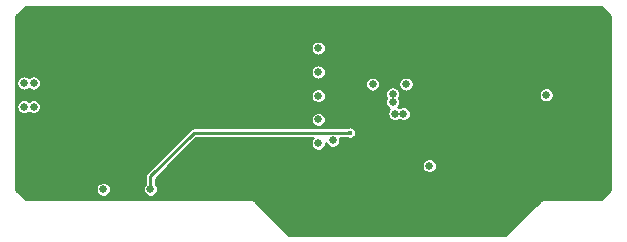
<source format=gbr>
G04 #@! TF.GenerationSoftware,KiCad,Pcbnew,(5.1.5)-3*
G04 #@! TF.CreationDate,2020-02-28T15:02:10-07:00*
G04 #@! TF.ProjectId,Straightener01,53747261-6967-4687-9465-6e657230312e,rev?*
G04 #@! TF.SameCoordinates,Original*
G04 #@! TF.FileFunction,Copper,L2,Inr*
G04 #@! TF.FilePolarity,Positive*
%FSLAX46Y46*%
G04 Gerber Fmt 4.6, Leading zero omitted, Abs format (unit mm)*
G04 Created by KiCad (PCBNEW (5.1.5)-3) date 2020-02-28 15:02:10*
%MOMM*%
%LPD*%
G04 APERTURE LIST*
%ADD10C,0.635000*%
%ADD11C,0.406400*%
%ADD12C,0.254000*%
G04 APERTURE END LIST*
D10*
X109700000Y-108800000D03*
X103000000Y-99800000D03*
X103800000Y-99800000D03*
X103000000Y-101800000D03*
X103800000Y-101800000D03*
X127900000Y-104900000D03*
X127900000Y-102887500D03*
X127900000Y-100875000D03*
X127900000Y-98862500D03*
X127900000Y-96850000D03*
X131533000Y-108694000D03*
X134173000Y-112077000D03*
X134173000Y-109537000D03*
X132803000Y-109537000D03*
X126164000Y-112077000D03*
X130136000Y-112077000D03*
X127434000Y-112077000D03*
X128704000Y-109537000D03*
X135516000Y-109537000D03*
X128704000Y-112077000D03*
X127434000Y-108140000D03*
X131533000Y-109537000D03*
X128704000Y-110807000D03*
X130136000Y-110807000D03*
X128704000Y-108140000D03*
X130136000Y-109537000D03*
X132803000Y-112077000D03*
X127434000Y-110807000D03*
X127434000Y-109537000D03*
X126164000Y-109537000D03*
X131533000Y-110807000D03*
X126164000Y-108140000D03*
X130136000Y-108567000D03*
X132803000Y-110807000D03*
X134173000Y-110807000D03*
X131533000Y-112077000D03*
X136859000Y-109410000D03*
X143082000Y-106997000D03*
X140478500Y-108330500D03*
X138129000Y-110807000D03*
X138129000Y-109537000D03*
X141812000Y-105600000D03*
X140542000Y-112077000D03*
X126164000Y-110807000D03*
X140542000Y-110807000D03*
X143082000Y-108267000D03*
X139272000Y-110807000D03*
X143082000Y-105600000D03*
X139208500Y-108330500D03*
X141875500Y-108203500D03*
X135643000Y-112077000D03*
X143082000Y-109410000D03*
X140542000Y-109537000D03*
X135643000Y-110807000D03*
X141812000Y-104457000D03*
X141939000Y-112077000D03*
X141875500Y-106933500D03*
X141939000Y-109410000D03*
X141939000Y-110807000D03*
X133438000Y-109075000D03*
X143082000Y-110807000D03*
X140478500Y-106933500D03*
X139208500Y-106933500D03*
X143082000Y-112077000D03*
X138129000Y-108394000D03*
X136173200Y-108089200D03*
X138129000Y-112077000D03*
X138357600Y-106565200D03*
X136859000Y-108394000D03*
X139272000Y-109537000D03*
X136986000Y-110807000D03*
X136986000Y-112077000D03*
X139272000Y-112077000D03*
X132400000Y-106200000D03*
X133500000Y-106200000D03*
X133500000Y-107400000D03*
X132600000Y-102540000D03*
X133400000Y-102530000D03*
X133400000Y-104800000D03*
X132602000Y-104800000D03*
X133400000Y-103999000D03*
X132602000Y-103999000D03*
X133400000Y-103199000D03*
X132600000Y-103200000D03*
X147200000Y-100800000D03*
X134400000Y-102400000D03*
X135100000Y-102400000D03*
X134200000Y-100730000D03*
X134200000Y-101400000D03*
X137300000Y-106800000D03*
X135340000Y-99900000D03*
D11*
X130606800Y-104000000D03*
D10*
X113700000Y-108800000D03*
X129140000Y-104650000D03*
X132500000Y-99900000D03*
D12*
X113700000Y-107700000D02*
X113700000Y-108800000D01*
X130606800Y-104000000D02*
X117400000Y-104000000D01*
X117400000Y-104000000D02*
X113700000Y-107700000D01*
G36*
X152648000Y-94145803D02*
G01*
X152648001Y-108854196D01*
X151854198Y-109648000D01*
X146917289Y-109648000D01*
X146900000Y-109646297D01*
X146882711Y-109648000D01*
X146882708Y-109648000D01*
X146830996Y-109653093D01*
X146780086Y-109668536D01*
X146764643Y-109673221D01*
X146703493Y-109705907D01*
X146663325Y-109738871D01*
X146663322Y-109738874D01*
X146649894Y-109749894D01*
X146638874Y-109763322D01*
X143754198Y-112648000D01*
X125445804Y-112648000D01*
X122561135Y-109763333D01*
X122550106Y-109749894D01*
X122496507Y-109705907D01*
X122435356Y-109673221D01*
X122369004Y-109653093D01*
X122317292Y-109648000D01*
X122317289Y-109648000D01*
X122300000Y-109646297D01*
X122282711Y-109648000D01*
X103145803Y-109648000D01*
X102352000Y-108854198D01*
X102352000Y-108736522D01*
X109055500Y-108736522D01*
X109055500Y-108863478D01*
X109080268Y-108987994D01*
X109128852Y-109105285D01*
X109199385Y-109210845D01*
X109289155Y-109300615D01*
X109394715Y-109371148D01*
X109512006Y-109419732D01*
X109636522Y-109444500D01*
X109763478Y-109444500D01*
X109887994Y-109419732D01*
X110005285Y-109371148D01*
X110110845Y-109300615D01*
X110200615Y-109210845D01*
X110271148Y-109105285D01*
X110319732Y-108987994D01*
X110344500Y-108863478D01*
X110344500Y-108736522D01*
X113055500Y-108736522D01*
X113055500Y-108863478D01*
X113080268Y-108987994D01*
X113128852Y-109105285D01*
X113199385Y-109210845D01*
X113289155Y-109300615D01*
X113394715Y-109371148D01*
X113512006Y-109419732D01*
X113636522Y-109444500D01*
X113763478Y-109444500D01*
X113887994Y-109419732D01*
X114005285Y-109371148D01*
X114110845Y-109300615D01*
X114200615Y-109210845D01*
X114271148Y-109105285D01*
X114319732Y-108987994D01*
X114344500Y-108863478D01*
X114344500Y-108736522D01*
X114319732Y-108612006D01*
X114271148Y-108494715D01*
X114200615Y-108389155D01*
X114154000Y-108342540D01*
X114154000Y-107888052D01*
X115305530Y-106736522D01*
X136655500Y-106736522D01*
X136655500Y-106863478D01*
X136680268Y-106987994D01*
X136728852Y-107105285D01*
X136799385Y-107210845D01*
X136889155Y-107300615D01*
X136994715Y-107371148D01*
X137112006Y-107419732D01*
X137236522Y-107444500D01*
X137363478Y-107444500D01*
X137487994Y-107419732D01*
X137605285Y-107371148D01*
X137710845Y-107300615D01*
X137800615Y-107210845D01*
X137871148Y-107105285D01*
X137919732Y-106987994D01*
X137944500Y-106863478D01*
X137944500Y-106736522D01*
X137919732Y-106612006D01*
X137871148Y-106494715D01*
X137800615Y-106389155D01*
X137710845Y-106299385D01*
X137605285Y-106228852D01*
X137487994Y-106180268D01*
X137363478Y-106155500D01*
X137236522Y-106155500D01*
X137112006Y-106180268D01*
X136994715Y-106228852D01*
X136889155Y-106299385D01*
X136799385Y-106389155D01*
X136728852Y-106494715D01*
X136680268Y-106612006D01*
X136655500Y-106736522D01*
X115305530Y-106736522D01*
X117588053Y-104454000D01*
X127434540Y-104454000D01*
X127399385Y-104489155D01*
X127328852Y-104594715D01*
X127280268Y-104712006D01*
X127255500Y-104836522D01*
X127255500Y-104963478D01*
X127280268Y-105087994D01*
X127328852Y-105205285D01*
X127399385Y-105310845D01*
X127489155Y-105400615D01*
X127594715Y-105471148D01*
X127712006Y-105519732D01*
X127836522Y-105544500D01*
X127963478Y-105544500D01*
X128087994Y-105519732D01*
X128205285Y-105471148D01*
X128310845Y-105400615D01*
X128400615Y-105310845D01*
X128471148Y-105205285D01*
X128519732Y-105087994D01*
X128544500Y-104963478D01*
X128544500Y-104896495D01*
X128568852Y-104955285D01*
X128639385Y-105060845D01*
X128729155Y-105150615D01*
X128834715Y-105221148D01*
X128952006Y-105269732D01*
X129076522Y-105294500D01*
X129203478Y-105294500D01*
X129327994Y-105269732D01*
X129445285Y-105221148D01*
X129550845Y-105150615D01*
X129640615Y-105060845D01*
X129711148Y-104955285D01*
X129759732Y-104837994D01*
X129784500Y-104713478D01*
X129784500Y-104586522D01*
X129759732Y-104462006D01*
X129756416Y-104454000D01*
X130331924Y-104454000D01*
X130355656Y-104469857D01*
X130452146Y-104509824D01*
X130554580Y-104530200D01*
X130659020Y-104530200D01*
X130761454Y-104509824D01*
X130857944Y-104469857D01*
X130944783Y-104411833D01*
X131018633Y-104337983D01*
X131076657Y-104251144D01*
X131116624Y-104154654D01*
X131137000Y-104052220D01*
X131137000Y-103947780D01*
X131116624Y-103845346D01*
X131076657Y-103748856D01*
X131018633Y-103662017D01*
X130944783Y-103588167D01*
X130857944Y-103530143D01*
X130761454Y-103490176D01*
X130659020Y-103469800D01*
X130554580Y-103469800D01*
X130452146Y-103490176D01*
X130355656Y-103530143D01*
X130331924Y-103546000D01*
X117422287Y-103546000D01*
X117399999Y-103543805D01*
X117377711Y-103546000D01*
X117377705Y-103546000D01*
X117320301Y-103551654D01*
X117311000Y-103552570D01*
X117225421Y-103578530D01*
X117146551Y-103620687D01*
X117146549Y-103620688D01*
X117146550Y-103620688D01*
X117096191Y-103662017D01*
X117077421Y-103677421D01*
X117063210Y-103694737D01*
X113394742Y-107363206D01*
X113377421Y-107377421D01*
X113320687Y-107446552D01*
X113278530Y-107525422D01*
X113252570Y-107611002D01*
X113246000Y-107677706D01*
X113246000Y-107677712D01*
X113243805Y-107700000D01*
X113246000Y-107722288D01*
X113246001Y-108342539D01*
X113199385Y-108389155D01*
X113128852Y-108494715D01*
X113080268Y-108612006D01*
X113055500Y-108736522D01*
X110344500Y-108736522D01*
X110319732Y-108612006D01*
X110271148Y-108494715D01*
X110200615Y-108389155D01*
X110110845Y-108299385D01*
X110005285Y-108228852D01*
X109887994Y-108180268D01*
X109763478Y-108155500D01*
X109636522Y-108155500D01*
X109512006Y-108180268D01*
X109394715Y-108228852D01*
X109289155Y-108299385D01*
X109199385Y-108389155D01*
X109128852Y-108494715D01*
X109080268Y-108612006D01*
X109055500Y-108736522D01*
X102352000Y-108736522D01*
X102352000Y-102824022D01*
X127255500Y-102824022D01*
X127255500Y-102950978D01*
X127280268Y-103075494D01*
X127328852Y-103192785D01*
X127399385Y-103298345D01*
X127489155Y-103388115D01*
X127594715Y-103458648D01*
X127712006Y-103507232D01*
X127836522Y-103532000D01*
X127963478Y-103532000D01*
X128087994Y-103507232D01*
X128205285Y-103458648D01*
X128310845Y-103388115D01*
X128400615Y-103298345D01*
X128471148Y-103192785D01*
X128519732Y-103075494D01*
X128544500Y-102950978D01*
X128544500Y-102824022D01*
X128519732Y-102699506D01*
X128471148Y-102582215D01*
X128400615Y-102476655D01*
X128310845Y-102386885D01*
X128205285Y-102316352D01*
X128087994Y-102267768D01*
X127963478Y-102243000D01*
X127836522Y-102243000D01*
X127712006Y-102267768D01*
X127594715Y-102316352D01*
X127489155Y-102386885D01*
X127399385Y-102476655D01*
X127328852Y-102582215D01*
X127280268Y-102699506D01*
X127255500Y-102824022D01*
X102352000Y-102824022D01*
X102352000Y-101736522D01*
X102355500Y-101736522D01*
X102355500Y-101863478D01*
X102380268Y-101987994D01*
X102428852Y-102105285D01*
X102499385Y-102210845D01*
X102589155Y-102300615D01*
X102694715Y-102371148D01*
X102812006Y-102419732D01*
X102936522Y-102444500D01*
X103063478Y-102444500D01*
X103187994Y-102419732D01*
X103305285Y-102371148D01*
X103400000Y-102307861D01*
X103494715Y-102371148D01*
X103612006Y-102419732D01*
X103736522Y-102444500D01*
X103863478Y-102444500D01*
X103987994Y-102419732D01*
X104105285Y-102371148D01*
X104210845Y-102300615D01*
X104300615Y-102210845D01*
X104371148Y-102105285D01*
X104419732Y-101987994D01*
X104444500Y-101863478D01*
X104444500Y-101736522D01*
X104419732Y-101612006D01*
X104371148Y-101494715D01*
X104300615Y-101389155D01*
X104210845Y-101299385D01*
X104105285Y-101228852D01*
X103987994Y-101180268D01*
X103863478Y-101155500D01*
X103736522Y-101155500D01*
X103612006Y-101180268D01*
X103494715Y-101228852D01*
X103400000Y-101292139D01*
X103305285Y-101228852D01*
X103187994Y-101180268D01*
X103063478Y-101155500D01*
X102936522Y-101155500D01*
X102812006Y-101180268D01*
X102694715Y-101228852D01*
X102589155Y-101299385D01*
X102499385Y-101389155D01*
X102428852Y-101494715D01*
X102380268Y-101612006D01*
X102355500Y-101736522D01*
X102352000Y-101736522D01*
X102352000Y-100811522D01*
X127255500Y-100811522D01*
X127255500Y-100938478D01*
X127280268Y-101062994D01*
X127328852Y-101180285D01*
X127399385Y-101285845D01*
X127489155Y-101375615D01*
X127594715Y-101446148D01*
X127712006Y-101494732D01*
X127836522Y-101519500D01*
X127963478Y-101519500D01*
X128087994Y-101494732D01*
X128205285Y-101446148D01*
X128310845Y-101375615D01*
X128400615Y-101285845D01*
X128471148Y-101180285D01*
X128519732Y-101062994D01*
X128544500Y-100938478D01*
X128544500Y-100811522D01*
X128519732Y-100687006D01*
X128511248Y-100666522D01*
X133555500Y-100666522D01*
X133555500Y-100793478D01*
X133580268Y-100917994D01*
X133628852Y-101035285D01*
X133648707Y-101065000D01*
X133628852Y-101094715D01*
X133580268Y-101212006D01*
X133555500Y-101336522D01*
X133555500Y-101463478D01*
X133580268Y-101587994D01*
X133628852Y-101705285D01*
X133699385Y-101810845D01*
X133789155Y-101900615D01*
X133894715Y-101971148D01*
X133910750Y-101977790D01*
X133899385Y-101989155D01*
X133828852Y-102094715D01*
X133780268Y-102212006D01*
X133755500Y-102336522D01*
X133755500Y-102463478D01*
X133780268Y-102587994D01*
X133828852Y-102705285D01*
X133899385Y-102810845D01*
X133989155Y-102900615D01*
X134094715Y-102971148D01*
X134212006Y-103019732D01*
X134336522Y-103044500D01*
X134463478Y-103044500D01*
X134587994Y-103019732D01*
X134705285Y-102971148D01*
X134750000Y-102941270D01*
X134794715Y-102971148D01*
X134912006Y-103019732D01*
X135036522Y-103044500D01*
X135163478Y-103044500D01*
X135287994Y-103019732D01*
X135405285Y-102971148D01*
X135510845Y-102900615D01*
X135600615Y-102810845D01*
X135671148Y-102705285D01*
X135719732Y-102587994D01*
X135744500Y-102463478D01*
X135744500Y-102336522D01*
X135719732Y-102212006D01*
X135671148Y-102094715D01*
X135600615Y-101989155D01*
X135510845Y-101899385D01*
X135405285Y-101828852D01*
X135287994Y-101780268D01*
X135163478Y-101755500D01*
X135036522Y-101755500D01*
X134912006Y-101780268D01*
X134794715Y-101828852D01*
X134750000Y-101858730D01*
X134705285Y-101828852D01*
X134689250Y-101822210D01*
X134700615Y-101810845D01*
X134771148Y-101705285D01*
X134819732Y-101587994D01*
X134844500Y-101463478D01*
X134844500Y-101336522D01*
X134819732Y-101212006D01*
X134771148Y-101094715D01*
X134751293Y-101065000D01*
X134771148Y-101035285D01*
X134819732Y-100917994D01*
X134844500Y-100793478D01*
X134844500Y-100736522D01*
X146555500Y-100736522D01*
X146555500Y-100863478D01*
X146580268Y-100987994D01*
X146628852Y-101105285D01*
X146699385Y-101210845D01*
X146789155Y-101300615D01*
X146894715Y-101371148D01*
X147012006Y-101419732D01*
X147136522Y-101444500D01*
X147263478Y-101444500D01*
X147387994Y-101419732D01*
X147505285Y-101371148D01*
X147610845Y-101300615D01*
X147700615Y-101210845D01*
X147771148Y-101105285D01*
X147819732Y-100987994D01*
X147844500Y-100863478D01*
X147844500Y-100736522D01*
X147819732Y-100612006D01*
X147771148Y-100494715D01*
X147700615Y-100389155D01*
X147610845Y-100299385D01*
X147505285Y-100228852D01*
X147387994Y-100180268D01*
X147263478Y-100155500D01*
X147136522Y-100155500D01*
X147012006Y-100180268D01*
X146894715Y-100228852D01*
X146789155Y-100299385D01*
X146699385Y-100389155D01*
X146628852Y-100494715D01*
X146580268Y-100612006D01*
X146555500Y-100736522D01*
X134844500Y-100736522D01*
X134844500Y-100666522D01*
X134819732Y-100542006D01*
X134771148Y-100424715D01*
X134700615Y-100319155D01*
X134610845Y-100229385D01*
X134505285Y-100158852D01*
X134387994Y-100110268D01*
X134263478Y-100085500D01*
X134136522Y-100085500D01*
X134012006Y-100110268D01*
X133894715Y-100158852D01*
X133789155Y-100229385D01*
X133699385Y-100319155D01*
X133628852Y-100424715D01*
X133580268Y-100542006D01*
X133555500Y-100666522D01*
X128511248Y-100666522D01*
X128471148Y-100569715D01*
X128400615Y-100464155D01*
X128310845Y-100374385D01*
X128205285Y-100303852D01*
X128087994Y-100255268D01*
X127963478Y-100230500D01*
X127836522Y-100230500D01*
X127712006Y-100255268D01*
X127594715Y-100303852D01*
X127489155Y-100374385D01*
X127399385Y-100464155D01*
X127328852Y-100569715D01*
X127280268Y-100687006D01*
X127255500Y-100811522D01*
X102352000Y-100811522D01*
X102352000Y-99736522D01*
X102355500Y-99736522D01*
X102355500Y-99863478D01*
X102380268Y-99987994D01*
X102428852Y-100105285D01*
X102499385Y-100210845D01*
X102589155Y-100300615D01*
X102694715Y-100371148D01*
X102812006Y-100419732D01*
X102936522Y-100444500D01*
X103063478Y-100444500D01*
X103187994Y-100419732D01*
X103305285Y-100371148D01*
X103400000Y-100307861D01*
X103494715Y-100371148D01*
X103612006Y-100419732D01*
X103736522Y-100444500D01*
X103863478Y-100444500D01*
X103987994Y-100419732D01*
X104105285Y-100371148D01*
X104210845Y-100300615D01*
X104300615Y-100210845D01*
X104371148Y-100105285D01*
X104419732Y-99987994D01*
X104444500Y-99863478D01*
X104444500Y-99836522D01*
X131855500Y-99836522D01*
X131855500Y-99963478D01*
X131880268Y-100087994D01*
X131928852Y-100205285D01*
X131999385Y-100310845D01*
X132089155Y-100400615D01*
X132194715Y-100471148D01*
X132312006Y-100519732D01*
X132436522Y-100544500D01*
X132563478Y-100544500D01*
X132687994Y-100519732D01*
X132805285Y-100471148D01*
X132910845Y-100400615D01*
X133000615Y-100310845D01*
X133071148Y-100205285D01*
X133119732Y-100087994D01*
X133144500Y-99963478D01*
X133144500Y-99836522D01*
X134695500Y-99836522D01*
X134695500Y-99963478D01*
X134720268Y-100087994D01*
X134768852Y-100205285D01*
X134839385Y-100310845D01*
X134929155Y-100400615D01*
X135034715Y-100471148D01*
X135152006Y-100519732D01*
X135276522Y-100544500D01*
X135403478Y-100544500D01*
X135527994Y-100519732D01*
X135645285Y-100471148D01*
X135750845Y-100400615D01*
X135840615Y-100310845D01*
X135911148Y-100205285D01*
X135959732Y-100087994D01*
X135984500Y-99963478D01*
X135984500Y-99836522D01*
X135959732Y-99712006D01*
X135911148Y-99594715D01*
X135840615Y-99489155D01*
X135750845Y-99399385D01*
X135645285Y-99328852D01*
X135527994Y-99280268D01*
X135403478Y-99255500D01*
X135276522Y-99255500D01*
X135152006Y-99280268D01*
X135034715Y-99328852D01*
X134929155Y-99399385D01*
X134839385Y-99489155D01*
X134768852Y-99594715D01*
X134720268Y-99712006D01*
X134695500Y-99836522D01*
X133144500Y-99836522D01*
X133119732Y-99712006D01*
X133071148Y-99594715D01*
X133000615Y-99489155D01*
X132910845Y-99399385D01*
X132805285Y-99328852D01*
X132687994Y-99280268D01*
X132563478Y-99255500D01*
X132436522Y-99255500D01*
X132312006Y-99280268D01*
X132194715Y-99328852D01*
X132089155Y-99399385D01*
X131999385Y-99489155D01*
X131928852Y-99594715D01*
X131880268Y-99712006D01*
X131855500Y-99836522D01*
X104444500Y-99836522D01*
X104444500Y-99736522D01*
X104419732Y-99612006D01*
X104371148Y-99494715D01*
X104300615Y-99389155D01*
X104210845Y-99299385D01*
X104105285Y-99228852D01*
X103987994Y-99180268D01*
X103863478Y-99155500D01*
X103736522Y-99155500D01*
X103612006Y-99180268D01*
X103494715Y-99228852D01*
X103400000Y-99292139D01*
X103305285Y-99228852D01*
X103187994Y-99180268D01*
X103063478Y-99155500D01*
X102936522Y-99155500D01*
X102812006Y-99180268D01*
X102694715Y-99228852D01*
X102589155Y-99299385D01*
X102499385Y-99389155D01*
X102428852Y-99494715D01*
X102380268Y-99612006D01*
X102355500Y-99736522D01*
X102352000Y-99736522D01*
X102352000Y-98799022D01*
X127255500Y-98799022D01*
X127255500Y-98925978D01*
X127280268Y-99050494D01*
X127328852Y-99167785D01*
X127399385Y-99273345D01*
X127489155Y-99363115D01*
X127594715Y-99433648D01*
X127712006Y-99482232D01*
X127836522Y-99507000D01*
X127963478Y-99507000D01*
X128087994Y-99482232D01*
X128205285Y-99433648D01*
X128310845Y-99363115D01*
X128400615Y-99273345D01*
X128471148Y-99167785D01*
X128519732Y-99050494D01*
X128544500Y-98925978D01*
X128544500Y-98799022D01*
X128519732Y-98674506D01*
X128471148Y-98557215D01*
X128400615Y-98451655D01*
X128310845Y-98361885D01*
X128205285Y-98291352D01*
X128087994Y-98242768D01*
X127963478Y-98218000D01*
X127836522Y-98218000D01*
X127712006Y-98242768D01*
X127594715Y-98291352D01*
X127489155Y-98361885D01*
X127399385Y-98451655D01*
X127328852Y-98557215D01*
X127280268Y-98674506D01*
X127255500Y-98799022D01*
X102352000Y-98799022D01*
X102352000Y-96786522D01*
X127255500Y-96786522D01*
X127255500Y-96913478D01*
X127280268Y-97037994D01*
X127328852Y-97155285D01*
X127399385Y-97260845D01*
X127489155Y-97350615D01*
X127594715Y-97421148D01*
X127712006Y-97469732D01*
X127836522Y-97494500D01*
X127963478Y-97494500D01*
X128087994Y-97469732D01*
X128205285Y-97421148D01*
X128310845Y-97350615D01*
X128400615Y-97260845D01*
X128471148Y-97155285D01*
X128519732Y-97037994D01*
X128544500Y-96913478D01*
X128544500Y-96786522D01*
X128519732Y-96662006D01*
X128471148Y-96544715D01*
X128400615Y-96439155D01*
X128310845Y-96349385D01*
X128205285Y-96278852D01*
X128087994Y-96230268D01*
X127963478Y-96205500D01*
X127836522Y-96205500D01*
X127712006Y-96230268D01*
X127594715Y-96278852D01*
X127489155Y-96349385D01*
X127399385Y-96439155D01*
X127328852Y-96544715D01*
X127280268Y-96662006D01*
X127255500Y-96786522D01*
X102352000Y-96786522D01*
X102352000Y-94145802D01*
X103145803Y-93352000D01*
X151854198Y-93352000D01*
X152648000Y-94145803D01*
G37*
X152648000Y-94145803D02*
X152648001Y-108854196D01*
X151854198Y-109648000D01*
X146917289Y-109648000D01*
X146900000Y-109646297D01*
X146882711Y-109648000D01*
X146882708Y-109648000D01*
X146830996Y-109653093D01*
X146780086Y-109668536D01*
X146764643Y-109673221D01*
X146703493Y-109705907D01*
X146663325Y-109738871D01*
X146663322Y-109738874D01*
X146649894Y-109749894D01*
X146638874Y-109763322D01*
X143754198Y-112648000D01*
X125445804Y-112648000D01*
X122561135Y-109763333D01*
X122550106Y-109749894D01*
X122496507Y-109705907D01*
X122435356Y-109673221D01*
X122369004Y-109653093D01*
X122317292Y-109648000D01*
X122317289Y-109648000D01*
X122300000Y-109646297D01*
X122282711Y-109648000D01*
X103145803Y-109648000D01*
X102352000Y-108854198D01*
X102352000Y-108736522D01*
X109055500Y-108736522D01*
X109055500Y-108863478D01*
X109080268Y-108987994D01*
X109128852Y-109105285D01*
X109199385Y-109210845D01*
X109289155Y-109300615D01*
X109394715Y-109371148D01*
X109512006Y-109419732D01*
X109636522Y-109444500D01*
X109763478Y-109444500D01*
X109887994Y-109419732D01*
X110005285Y-109371148D01*
X110110845Y-109300615D01*
X110200615Y-109210845D01*
X110271148Y-109105285D01*
X110319732Y-108987994D01*
X110344500Y-108863478D01*
X110344500Y-108736522D01*
X113055500Y-108736522D01*
X113055500Y-108863478D01*
X113080268Y-108987994D01*
X113128852Y-109105285D01*
X113199385Y-109210845D01*
X113289155Y-109300615D01*
X113394715Y-109371148D01*
X113512006Y-109419732D01*
X113636522Y-109444500D01*
X113763478Y-109444500D01*
X113887994Y-109419732D01*
X114005285Y-109371148D01*
X114110845Y-109300615D01*
X114200615Y-109210845D01*
X114271148Y-109105285D01*
X114319732Y-108987994D01*
X114344500Y-108863478D01*
X114344500Y-108736522D01*
X114319732Y-108612006D01*
X114271148Y-108494715D01*
X114200615Y-108389155D01*
X114154000Y-108342540D01*
X114154000Y-107888052D01*
X115305530Y-106736522D01*
X136655500Y-106736522D01*
X136655500Y-106863478D01*
X136680268Y-106987994D01*
X136728852Y-107105285D01*
X136799385Y-107210845D01*
X136889155Y-107300615D01*
X136994715Y-107371148D01*
X137112006Y-107419732D01*
X137236522Y-107444500D01*
X137363478Y-107444500D01*
X137487994Y-107419732D01*
X137605285Y-107371148D01*
X137710845Y-107300615D01*
X137800615Y-107210845D01*
X137871148Y-107105285D01*
X137919732Y-106987994D01*
X137944500Y-106863478D01*
X137944500Y-106736522D01*
X137919732Y-106612006D01*
X137871148Y-106494715D01*
X137800615Y-106389155D01*
X137710845Y-106299385D01*
X137605285Y-106228852D01*
X137487994Y-106180268D01*
X137363478Y-106155500D01*
X137236522Y-106155500D01*
X137112006Y-106180268D01*
X136994715Y-106228852D01*
X136889155Y-106299385D01*
X136799385Y-106389155D01*
X136728852Y-106494715D01*
X136680268Y-106612006D01*
X136655500Y-106736522D01*
X115305530Y-106736522D01*
X117588053Y-104454000D01*
X127434540Y-104454000D01*
X127399385Y-104489155D01*
X127328852Y-104594715D01*
X127280268Y-104712006D01*
X127255500Y-104836522D01*
X127255500Y-104963478D01*
X127280268Y-105087994D01*
X127328852Y-105205285D01*
X127399385Y-105310845D01*
X127489155Y-105400615D01*
X127594715Y-105471148D01*
X127712006Y-105519732D01*
X127836522Y-105544500D01*
X127963478Y-105544500D01*
X128087994Y-105519732D01*
X128205285Y-105471148D01*
X128310845Y-105400615D01*
X128400615Y-105310845D01*
X128471148Y-105205285D01*
X128519732Y-105087994D01*
X128544500Y-104963478D01*
X128544500Y-104896495D01*
X128568852Y-104955285D01*
X128639385Y-105060845D01*
X128729155Y-105150615D01*
X128834715Y-105221148D01*
X128952006Y-105269732D01*
X129076522Y-105294500D01*
X129203478Y-105294500D01*
X129327994Y-105269732D01*
X129445285Y-105221148D01*
X129550845Y-105150615D01*
X129640615Y-105060845D01*
X129711148Y-104955285D01*
X129759732Y-104837994D01*
X129784500Y-104713478D01*
X129784500Y-104586522D01*
X129759732Y-104462006D01*
X129756416Y-104454000D01*
X130331924Y-104454000D01*
X130355656Y-104469857D01*
X130452146Y-104509824D01*
X130554580Y-104530200D01*
X130659020Y-104530200D01*
X130761454Y-104509824D01*
X130857944Y-104469857D01*
X130944783Y-104411833D01*
X131018633Y-104337983D01*
X131076657Y-104251144D01*
X131116624Y-104154654D01*
X131137000Y-104052220D01*
X131137000Y-103947780D01*
X131116624Y-103845346D01*
X131076657Y-103748856D01*
X131018633Y-103662017D01*
X130944783Y-103588167D01*
X130857944Y-103530143D01*
X130761454Y-103490176D01*
X130659020Y-103469800D01*
X130554580Y-103469800D01*
X130452146Y-103490176D01*
X130355656Y-103530143D01*
X130331924Y-103546000D01*
X117422287Y-103546000D01*
X117399999Y-103543805D01*
X117377711Y-103546000D01*
X117377705Y-103546000D01*
X117320301Y-103551654D01*
X117311000Y-103552570D01*
X117225421Y-103578530D01*
X117146551Y-103620687D01*
X117146549Y-103620688D01*
X117146550Y-103620688D01*
X117096191Y-103662017D01*
X117077421Y-103677421D01*
X117063210Y-103694737D01*
X113394742Y-107363206D01*
X113377421Y-107377421D01*
X113320687Y-107446552D01*
X113278530Y-107525422D01*
X113252570Y-107611002D01*
X113246000Y-107677706D01*
X113246000Y-107677712D01*
X113243805Y-107700000D01*
X113246000Y-107722288D01*
X113246001Y-108342539D01*
X113199385Y-108389155D01*
X113128852Y-108494715D01*
X113080268Y-108612006D01*
X113055500Y-108736522D01*
X110344500Y-108736522D01*
X110319732Y-108612006D01*
X110271148Y-108494715D01*
X110200615Y-108389155D01*
X110110845Y-108299385D01*
X110005285Y-108228852D01*
X109887994Y-108180268D01*
X109763478Y-108155500D01*
X109636522Y-108155500D01*
X109512006Y-108180268D01*
X109394715Y-108228852D01*
X109289155Y-108299385D01*
X109199385Y-108389155D01*
X109128852Y-108494715D01*
X109080268Y-108612006D01*
X109055500Y-108736522D01*
X102352000Y-108736522D01*
X102352000Y-102824022D01*
X127255500Y-102824022D01*
X127255500Y-102950978D01*
X127280268Y-103075494D01*
X127328852Y-103192785D01*
X127399385Y-103298345D01*
X127489155Y-103388115D01*
X127594715Y-103458648D01*
X127712006Y-103507232D01*
X127836522Y-103532000D01*
X127963478Y-103532000D01*
X128087994Y-103507232D01*
X128205285Y-103458648D01*
X128310845Y-103388115D01*
X128400615Y-103298345D01*
X128471148Y-103192785D01*
X128519732Y-103075494D01*
X128544500Y-102950978D01*
X128544500Y-102824022D01*
X128519732Y-102699506D01*
X128471148Y-102582215D01*
X128400615Y-102476655D01*
X128310845Y-102386885D01*
X128205285Y-102316352D01*
X128087994Y-102267768D01*
X127963478Y-102243000D01*
X127836522Y-102243000D01*
X127712006Y-102267768D01*
X127594715Y-102316352D01*
X127489155Y-102386885D01*
X127399385Y-102476655D01*
X127328852Y-102582215D01*
X127280268Y-102699506D01*
X127255500Y-102824022D01*
X102352000Y-102824022D01*
X102352000Y-101736522D01*
X102355500Y-101736522D01*
X102355500Y-101863478D01*
X102380268Y-101987994D01*
X102428852Y-102105285D01*
X102499385Y-102210845D01*
X102589155Y-102300615D01*
X102694715Y-102371148D01*
X102812006Y-102419732D01*
X102936522Y-102444500D01*
X103063478Y-102444500D01*
X103187994Y-102419732D01*
X103305285Y-102371148D01*
X103400000Y-102307861D01*
X103494715Y-102371148D01*
X103612006Y-102419732D01*
X103736522Y-102444500D01*
X103863478Y-102444500D01*
X103987994Y-102419732D01*
X104105285Y-102371148D01*
X104210845Y-102300615D01*
X104300615Y-102210845D01*
X104371148Y-102105285D01*
X104419732Y-101987994D01*
X104444500Y-101863478D01*
X104444500Y-101736522D01*
X104419732Y-101612006D01*
X104371148Y-101494715D01*
X104300615Y-101389155D01*
X104210845Y-101299385D01*
X104105285Y-101228852D01*
X103987994Y-101180268D01*
X103863478Y-101155500D01*
X103736522Y-101155500D01*
X103612006Y-101180268D01*
X103494715Y-101228852D01*
X103400000Y-101292139D01*
X103305285Y-101228852D01*
X103187994Y-101180268D01*
X103063478Y-101155500D01*
X102936522Y-101155500D01*
X102812006Y-101180268D01*
X102694715Y-101228852D01*
X102589155Y-101299385D01*
X102499385Y-101389155D01*
X102428852Y-101494715D01*
X102380268Y-101612006D01*
X102355500Y-101736522D01*
X102352000Y-101736522D01*
X102352000Y-100811522D01*
X127255500Y-100811522D01*
X127255500Y-100938478D01*
X127280268Y-101062994D01*
X127328852Y-101180285D01*
X127399385Y-101285845D01*
X127489155Y-101375615D01*
X127594715Y-101446148D01*
X127712006Y-101494732D01*
X127836522Y-101519500D01*
X127963478Y-101519500D01*
X128087994Y-101494732D01*
X128205285Y-101446148D01*
X128310845Y-101375615D01*
X128400615Y-101285845D01*
X128471148Y-101180285D01*
X128519732Y-101062994D01*
X128544500Y-100938478D01*
X128544500Y-100811522D01*
X128519732Y-100687006D01*
X128511248Y-100666522D01*
X133555500Y-100666522D01*
X133555500Y-100793478D01*
X133580268Y-100917994D01*
X133628852Y-101035285D01*
X133648707Y-101065000D01*
X133628852Y-101094715D01*
X133580268Y-101212006D01*
X133555500Y-101336522D01*
X133555500Y-101463478D01*
X133580268Y-101587994D01*
X133628852Y-101705285D01*
X133699385Y-101810845D01*
X133789155Y-101900615D01*
X133894715Y-101971148D01*
X133910750Y-101977790D01*
X133899385Y-101989155D01*
X133828852Y-102094715D01*
X133780268Y-102212006D01*
X133755500Y-102336522D01*
X133755500Y-102463478D01*
X133780268Y-102587994D01*
X133828852Y-102705285D01*
X133899385Y-102810845D01*
X133989155Y-102900615D01*
X134094715Y-102971148D01*
X134212006Y-103019732D01*
X134336522Y-103044500D01*
X134463478Y-103044500D01*
X134587994Y-103019732D01*
X134705285Y-102971148D01*
X134750000Y-102941270D01*
X134794715Y-102971148D01*
X134912006Y-103019732D01*
X135036522Y-103044500D01*
X135163478Y-103044500D01*
X135287994Y-103019732D01*
X135405285Y-102971148D01*
X135510845Y-102900615D01*
X135600615Y-102810845D01*
X135671148Y-102705285D01*
X135719732Y-102587994D01*
X135744500Y-102463478D01*
X135744500Y-102336522D01*
X135719732Y-102212006D01*
X135671148Y-102094715D01*
X135600615Y-101989155D01*
X135510845Y-101899385D01*
X135405285Y-101828852D01*
X135287994Y-101780268D01*
X135163478Y-101755500D01*
X135036522Y-101755500D01*
X134912006Y-101780268D01*
X134794715Y-101828852D01*
X134750000Y-101858730D01*
X134705285Y-101828852D01*
X134689250Y-101822210D01*
X134700615Y-101810845D01*
X134771148Y-101705285D01*
X134819732Y-101587994D01*
X134844500Y-101463478D01*
X134844500Y-101336522D01*
X134819732Y-101212006D01*
X134771148Y-101094715D01*
X134751293Y-101065000D01*
X134771148Y-101035285D01*
X134819732Y-100917994D01*
X134844500Y-100793478D01*
X134844500Y-100736522D01*
X146555500Y-100736522D01*
X146555500Y-100863478D01*
X146580268Y-100987994D01*
X146628852Y-101105285D01*
X146699385Y-101210845D01*
X146789155Y-101300615D01*
X146894715Y-101371148D01*
X147012006Y-101419732D01*
X147136522Y-101444500D01*
X147263478Y-101444500D01*
X147387994Y-101419732D01*
X147505285Y-101371148D01*
X147610845Y-101300615D01*
X147700615Y-101210845D01*
X147771148Y-101105285D01*
X147819732Y-100987994D01*
X147844500Y-100863478D01*
X147844500Y-100736522D01*
X147819732Y-100612006D01*
X147771148Y-100494715D01*
X147700615Y-100389155D01*
X147610845Y-100299385D01*
X147505285Y-100228852D01*
X147387994Y-100180268D01*
X147263478Y-100155500D01*
X147136522Y-100155500D01*
X147012006Y-100180268D01*
X146894715Y-100228852D01*
X146789155Y-100299385D01*
X146699385Y-100389155D01*
X146628852Y-100494715D01*
X146580268Y-100612006D01*
X146555500Y-100736522D01*
X134844500Y-100736522D01*
X134844500Y-100666522D01*
X134819732Y-100542006D01*
X134771148Y-100424715D01*
X134700615Y-100319155D01*
X134610845Y-100229385D01*
X134505285Y-100158852D01*
X134387994Y-100110268D01*
X134263478Y-100085500D01*
X134136522Y-100085500D01*
X134012006Y-100110268D01*
X133894715Y-100158852D01*
X133789155Y-100229385D01*
X133699385Y-100319155D01*
X133628852Y-100424715D01*
X133580268Y-100542006D01*
X133555500Y-100666522D01*
X128511248Y-100666522D01*
X128471148Y-100569715D01*
X128400615Y-100464155D01*
X128310845Y-100374385D01*
X128205285Y-100303852D01*
X128087994Y-100255268D01*
X127963478Y-100230500D01*
X127836522Y-100230500D01*
X127712006Y-100255268D01*
X127594715Y-100303852D01*
X127489155Y-100374385D01*
X127399385Y-100464155D01*
X127328852Y-100569715D01*
X127280268Y-100687006D01*
X127255500Y-100811522D01*
X102352000Y-100811522D01*
X102352000Y-99736522D01*
X102355500Y-99736522D01*
X102355500Y-99863478D01*
X102380268Y-99987994D01*
X102428852Y-100105285D01*
X102499385Y-100210845D01*
X102589155Y-100300615D01*
X102694715Y-100371148D01*
X102812006Y-100419732D01*
X102936522Y-100444500D01*
X103063478Y-100444500D01*
X103187994Y-100419732D01*
X103305285Y-100371148D01*
X103400000Y-100307861D01*
X103494715Y-100371148D01*
X103612006Y-100419732D01*
X103736522Y-100444500D01*
X103863478Y-100444500D01*
X103987994Y-100419732D01*
X104105285Y-100371148D01*
X104210845Y-100300615D01*
X104300615Y-100210845D01*
X104371148Y-100105285D01*
X104419732Y-99987994D01*
X104444500Y-99863478D01*
X104444500Y-99836522D01*
X131855500Y-99836522D01*
X131855500Y-99963478D01*
X131880268Y-100087994D01*
X131928852Y-100205285D01*
X131999385Y-100310845D01*
X132089155Y-100400615D01*
X132194715Y-100471148D01*
X132312006Y-100519732D01*
X132436522Y-100544500D01*
X132563478Y-100544500D01*
X132687994Y-100519732D01*
X132805285Y-100471148D01*
X132910845Y-100400615D01*
X133000615Y-100310845D01*
X133071148Y-100205285D01*
X133119732Y-100087994D01*
X133144500Y-99963478D01*
X133144500Y-99836522D01*
X134695500Y-99836522D01*
X134695500Y-99963478D01*
X134720268Y-100087994D01*
X134768852Y-100205285D01*
X134839385Y-100310845D01*
X134929155Y-100400615D01*
X135034715Y-100471148D01*
X135152006Y-100519732D01*
X135276522Y-100544500D01*
X135403478Y-100544500D01*
X135527994Y-100519732D01*
X135645285Y-100471148D01*
X135750845Y-100400615D01*
X135840615Y-100310845D01*
X135911148Y-100205285D01*
X135959732Y-100087994D01*
X135984500Y-99963478D01*
X135984500Y-99836522D01*
X135959732Y-99712006D01*
X135911148Y-99594715D01*
X135840615Y-99489155D01*
X135750845Y-99399385D01*
X135645285Y-99328852D01*
X135527994Y-99280268D01*
X135403478Y-99255500D01*
X135276522Y-99255500D01*
X135152006Y-99280268D01*
X135034715Y-99328852D01*
X134929155Y-99399385D01*
X134839385Y-99489155D01*
X134768852Y-99594715D01*
X134720268Y-99712006D01*
X134695500Y-99836522D01*
X133144500Y-99836522D01*
X133119732Y-99712006D01*
X133071148Y-99594715D01*
X133000615Y-99489155D01*
X132910845Y-99399385D01*
X132805285Y-99328852D01*
X132687994Y-99280268D01*
X132563478Y-99255500D01*
X132436522Y-99255500D01*
X132312006Y-99280268D01*
X132194715Y-99328852D01*
X132089155Y-99399385D01*
X131999385Y-99489155D01*
X131928852Y-99594715D01*
X131880268Y-99712006D01*
X131855500Y-99836522D01*
X104444500Y-99836522D01*
X104444500Y-99736522D01*
X104419732Y-99612006D01*
X104371148Y-99494715D01*
X104300615Y-99389155D01*
X104210845Y-99299385D01*
X104105285Y-99228852D01*
X103987994Y-99180268D01*
X103863478Y-99155500D01*
X103736522Y-99155500D01*
X103612006Y-99180268D01*
X103494715Y-99228852D01*
X103400000Y-99292139D01*
X103305285Y-99228852D01*
X103187994Y-99180268D01*
X103063478Y-99155500D01*
X102936522Y-99155500D01*
X102812006Y-99180268D01*
X102694715Y-99228852D01*
X102589155Y-99299385D01*
X102499385Y-99389155D01*
X102428852Y-99494715D01*
X102380268Y-99612006D01*
X102355500Y-99736522D01*
X102352000Y-99736522D01*
X102352000Y-98799022D01*
X127255500Y-98799022D01*
X127255500Y-98925978D01*
X127280268Y-99050494D01*
X127328852Y-99167785D01*
X127399385Y-99273345D01*
X127489155Y-99363115D01*
X127594715Y-99433648D01*
X127712006Y-99482232D01*
X127836522Y-99507000D01*
X127963478Y-99507000D01*
X128087994Y-99482232D01*
X128205285Y-99433648D01*
X128310845Y-99363115D01*
X128400615Y-99273345D01*
X128471148Y-99167785D01*
X128519732Y-99050494D01*
X128544500Y-98925978D01*
X128544500Y-98799022D01*
X128519732Y-98674506D01*
X128471148Y-98557215D01*
X128400615Y-98451655D01*
X128310845Y-98361885D01*
X128205285Y-98291352D01*
X128087994Y-98242768D01*
X127963478Y-98218000D01*
X127836522Y-98218000D01*
X127712006Y-98242768D01*
X127594715Y-98291352D01*
X127489155Y-98361885D01*
X127399385Y-98451655D01*
X127328852Y-98557215D01*
X127280268Y-98674506D01*
X127255500Y-98799022D01*
X102352000Y-98799022D01*
X102352000Y-96786522D01*
X127255500Y-96786522D01*
X127255500Y-96913478D01*
X127280268Y-97037994D01*
X127328852Y-97155285D01*
X127399385Y-97260845D01*
X127489155Y-97350615D01*
X127594715Y-97421148D01*
X127712006Y-97469732D01*
X127836522Y-97494500D01*
X127963478Y-97494500D01*
X128087994Y-97469732D01*
X128205285Y-97421148D01*
X128310845Y-97350615D01*
X128400615Y-97260845D01*
X128471148Y-97155285D01*
X128519732Y-97037994D01*
X128544500Y-96913478D01*
X128544500Y-96786522D01*
X128519732Y-96662006D01*
X128471148Y-96544715D01*
X128400615Y-96439155D01*
X128310845Y-96349385D01*
X128205285Y-96278852D01*
X128087994Y-96230268D01*
X127963478Y-96205500D01*
X127836522Y-96205500D01*
X127712006Y-96230268D01*
X127594715Y-96278852D01*
X127489155Y-96349385D01*
X127399385Y-96439155D01*
X127328852Y-96544715D01*
X127280268Y-96662006D01*
X127255500Y-96786522D01*
X102352000Y-96786522D01*
X102352000Y-94145802D01*
X103145803Y-93352000D01*
X151854198Y-93352000D01*
X152648000Y-94145803D01*
M02*

</source>
